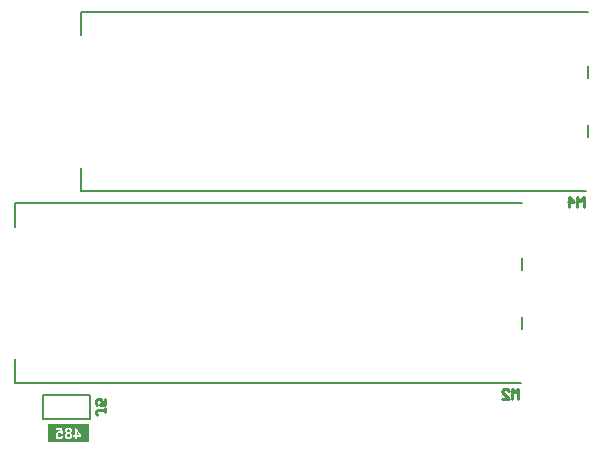
<source format=gbo>
G04*
G04 #@! TF.GenerationSoftware,Altium Limited,Altium Designer,24.5.2 (23)*
G04*
G04 Layer_Color=32896*
%FSLAX25Y25*%
%MOIN*%
G70*
G04*
G04 #@! TF.SameCoordinates,63800F2C-04A6-48C2-B29F-E79A9F1A880F*
G04*
G04*
G04 #@! TF.FilePolarity,Positive*
G04*
G01*
G75*
%ADD10C,0.01000*%
%ADD14C,0.00600*%
%ADD128C,0.00598*%
G36*
X44497Y10533D02*
X30717D01*
Y16438D01*
X44497D01*
Y10533D01*
D02*
G37*
%LPC*%
G36*
X33329Y14826D02*
Y14815D01*
D01*
Y14826D01*
D02*
G37*
G36*
Y14040D02*
Y14034D01*
D01*
Y14040D01*
D02*
G37*
G36*
X35415Y15350D02*
X33498D01*
Y14673D01*
X34869D01*
X34983Y14029D01*
X34978D01*
X34972Y14034D01*
X34940Y14051D01*
X34890Y14067D01*
X34830Y14094D01*
X34754Y14116D01*
X34672Y14133D01*
X34579Y14149D01*
X34486Y14154D01*
X34437D01*
X34405Y14149D01*
X34366Y14143D01*
X34317Y14138D01*
X34262Y14127D01*
X34203Y14111D01*
X34077Y14067D01*
X34006Y14040D01*
X33940Y14007D01*
X33869Y13963D01*
X33799Y13914D01*
X33733Y13860D01*
X33667Y13800D01*
X33662Y13794D01*
X33651Y13783D01*
X33635Y13761D01*
X33613Y13734D01*
X33591Y13701D01*
X33558Y13658D01*
X33531Y13609D01*
X33498Y13554D01*
X33465Y13494D01*
X33438Y13423D01*
X33405Y13346D01*
X33384Y13270D01*
X33362Y13183D01*
X33345Y13090D01*
X33334Y12991D01*
X33329Y12888D01*
Y11550D01*
Y12844D01*
X33334Y12811D01*
Y12768D01*
X33345Y12719D01*
X33351Y12664D01*
X33362Y12609D01*
X33394Y12478D01*
X33443Y12336D01*
X33476Y12260D01*
X33509Y12189D01*
X33553Y12118D01*
X33602Y12047D01*
X33607Y12041D01*
X33618Y12025D01*
X33640Y12003D01*
X33667Y11970D01*
X33706Y11932D01*
X33755Y11889D01*
X33809Y11845D01*
X33869Y11801D01*
X33940Y11752D01*
X34017Y11708D01*
X34099Y11665D01*
X34192Y11626D01*
X34290Y11594D01*
X34394Y11572D01*
X34508Y11556D01*
X34628Y11550D01*
X33329D01*
X35873D01*
D01*
X34677D01*
X34716Y11556D01*
X34759Y11561D01*
X34814Y11566D01*
X34869Y11572D01*
X34934Y11583D01*
X35065Y11616D01*
X35213Y11670D01*
X35284Y11698D01*
X35355Y11736D01*
X35420Y11779D01*
X35486Y11829D01*
X35491Y11834D01*
X35502Y11839D01*
X35518Y11856D01*
X35540Y11878D01*
X35562Y11910D01*
X35595Y11943D01*
X35622Y11981D01*
X35655Y12025D01*
X35693Y12080D01*
X35726Y12134D01*
X35786Y12265D01*
X35840Y12413D01*
X35857Y12495D01*
X35873Y12582D01*
X35153Y12658D01*
Y12648D01*
X35147Y12620D01*
X35136Y12571D01*
X35120Y12517D01*
X35098Y12456D01*
X35065Y12391D01*
X35021Y12331D01*
X34972Y12271D01*
X34967Y12265D01*
X34945Y12249D01*
X34912Y12227D01*
X34869Y12200D01*
X34819Y12173D01*
X34759Y12151D01*
X34688Y12134D01*
X34617Y12129D01*
X34607D01*
X34579Y12134D01*
X34536Y12140D01*
X34481Y12151D01*
X34421Y12173D01*
X34355Y12205D01*
X34290Y12254D01*
X34230Y12314D01*
X34224Y12325D01*
X34203Y12347D01*
X34181Y12391D01*
X34148Y12456D01*
X34121Y12533D01*
X34093Y12626D01*
X34077Y12740D01*
X34071Y12871D01*
Y12877D01*
Y12888D01*
Y12904D01*
Y12931D01*
X34077Y12991D01*
X34093Y13068D01*
X34110Y13155D01*
X34137Y13243D01*
X34175Y13325D01*
X34230Y13396D01*
X34235Y13401D01*
X34257Y13423D01*
X34295Y13450D01*
X34339Y13488D01*
X34399Y13521D01*
X34470Y13548D01*
X34552Y13570D01*
X34639Y13576D01*
X34672D01*
X34694Y13570D01*
X34749Y13559D01*
X34825Y13543D01*
X34912Y13510D01*
X35005Y13461D01*
X35054Y13428D01*
X35103Y13390D01*
X35153Y13346D01*
X35202Y13297D01*
X35786Y13379D01*
X35415Y15350D01*
D02*
G37*
G36*
X40247Y15416D02*
X39635D01*
Y13013D01*
X39166D01*
Y11621D01*
X41885D01*
D01*
X40334D01*
Y12380D01*
X41885D01*
Y13008D01*
X40247Y15416D01*
D02*
G37*
G36*
X37604Y15421D02*
X37549D01*
X37517Y15416D01*
X37468Y15410D01*
X37418Y15405D01*
X37358Y15399D01*
X37298Y15388D01*
X37162Y15356D01*
X37020Y15306D01*
X36954Y15274D01*
X36883Y15236D01*
X36823Y15192D01*
X36763Y15143D01*
X36758Y15137D01*
X36752Y15132D01*
X36736Y15115D01*
X36714Y15094D01*
X36692Y15066D01*
X36670Y15033D01*
X36610Y14952D01*
X36556Y14848D01*
X36512Y14733D01*
X36474Y14597D01*
X36468Y14520D01*
X36463Y14444D01*
Y14438D01*
Y14433D01*
Y14400D01*
X36468Y14351D01*
X36479Y14286D01*
X36496Y14214D01*
X36523Y14138D01*
X36556Y14056D01*
X36605Y13974D01*
X36610Y13963D01*
X36632Y13941D01*
X36660Y13903D01*
X36703Y13860D01*
X36758Y13805D01*
X36823Y13756D01*
X36900Y13707D01*
X36987Y13663D01*
X36982D01*
X36971Y13658D01*
X36954Y13652D01*
X36933Y13641D01*
X36878Y13609D01*
X36807Y13565D01*
X36731Y13516D01*
X36649Y13450D01*
X36572Y13374D01*
X36507Y13286D01*
X36501Y13275D01*
X36479Y13243D01*
X36452Y13194D01*
X36425Y13128D01*
X36392Y13046D01*
X36370Y12948D01*
X36348Y12844D01*
X36343Y12729D01*
Y12680D01*
X36348Y12642D01*
X36354Y12598D01*
X36359Y12544D01*
X36370Y12489D01*
X36386Y12429D01*
X36425Y12293D01*
X36452Y12222D01*
X36485Y12151D01*
X36523Y12080D01*
X36572Y12009D01*
X36621Y11943D01*
X36681Y11878D01*
X36687Y11872D01*
X36698Y11861D01*
X36714Y11845D01*
X36741Y11829D01*
X36774Y11801D01*
X36818Y11774D01*
X36862Y11747D01*
X36916Y11714D01*
X36976Y11681D01*
X37047Y11654D01*
X37118Y11626D01*
X37195Y11599D01*
X37282Y11583D01*
X37375Y11566D01*
X37468Y11556D01*
X37571Y11550D01*
X36343D01*
D01*
X38833D01*
X37620D01*
X37659Y11556D01*
X37702Y11561D01*
X37751Y11566D01*
X37806Y11572D01*
X37872Y11583D01*
X38008Y11616D01*
X38150Y11665D01*
X38221Y11692D01*
X38292Y11730D01*
X38363Y11768D01*
X38429Y11818D01*
X38434Y11823D01*
X38445Y11834D01*
X38467Y11850D01*
X38494Y11878D01*
X38521Y11910D01*
X38554Y11949D01*
X38592Y11998D01*
X38631Y12047D01*
X38669Y12107D01*
X38707Y12173D01*
X38740Y12244D01*
X38767Y12325D01*
X38794Y12407D01*
X38816Y12500D01*
X38827Y12593D01*
X38833Y12697D01*
Y12751D01*
X38827Y12811D01*
X38816Y12882D01*
X38794Y12970D01*
X38772Y13068D01*
X38734Y13166D01*
X38685Y13264D01*
Y13270D01*
X38680Y13275D01*
X38658Y13308D01*
X38620Y13352D01*
X38565Y13412D01*
X38500Y13477D01*
X38418Y13543D01*
X38319Y13603D01*
X38205Y13663D01*
X38210D01*
X38216Y13668D01*
X38248Y13685D01*
X38298Y13712D01*
X38357Y13745D01*
X38429Y13794D01*
X38494Y13849D01*
X38560Y13914D01*
X38614Y13985D01*
X38620Y13996D01*
X38636Y14023D01*
X38652Y14062D01*
X38674Y14122D01*
X38702Y14187D01*
X38718Y14269D01*
X38734Y14351D01*
X38740Y14444D01*
Y14449D01*
Y14460D01*
Y14482D01*
X38734Y14515D01*
X38729Y14548D01*
X38723Y14591D01*
X38702Y14690D01*
X38669Y14799D01*
X38614Y14919D01*
X38581Y14974D01*
X38543Y15033D01*
X38494Y15088D01*
X38445Y15143D01*
X38439Y15148D01*
X38429Y15154D01*
X38412Y15170D01*
X38390Y15186D01*
X38357Y15208D01*
X38325Y15230D01*
X38281Y15257D01*
X38227Y15285D01*
X38172Y15306D01*
X38112Y15334D01*
X38041Y15356D01*
X37964Y15378D01*
X37883Y15394D01*
X37795Y15410D01*
X37702Y15416D01*
X37604Y15421D01*
D02*
G37*
%LPD*%
G36*
X41213Y13013D02*
X40334D01*
Y14313D01*
X41213Y13013D01*
D02*
G37*
G36*
X39635Y11621D02*
X39166D01*
Y12380D01*
X39635D01*
Y11621D01*
D02*
G37*
G36*
X37670Y14842D02*
X37719Y14831D01*
X37773Y14815D01*
X37828Y14793D01*
X37883Y14766D01*
X37932Y14722D01*
X37937Y14717D01*
X37948Y14701D01*
X37970Y14673D01*
X37992Y14635D01*
X38014Y14586D01*
X38035Y14531D01*
X38046Y14466D01*
X38052Y14389D01*
Y14378D01*
Y14351D01*
X38046Y14313D01*
X38035Y14264D01*
X38025Y14209D01*
X38003Y14154D01*
X37970Y14100D01*
X37932Y14051D01*
X37926Y14045D01*
X37910Y14034D01*
X37883Y14013D01*
X37844Y13991D01*
X37795Y13969D01*
X37741Y13947D01*
X37675Y13936D01*
X37604Y13931D01*
X37571D01*
X37533Y13936D01*
X37484Y13947D01*
X37429Y13958D01*
X37375Y13980D01*
X37320Y14013D01*
X37271Y14051D01*
X37266Y14056D01*
X37249Y14073D01*
X37233Y14100D01*
X37205Y14143D01*
X37184Y14193D01*
X37167Y14247D01*
X37151Y14318D01*
X37145Y14395D01*
Y14406D01*
Y14427D01*
X37151Y14466D01*
X37162Y14509D01*
X37178Y14564D01*
X37200Y14619D01*
X37227Y14673D01*
X37271Y14722D01*
X37277Y14728D01*
X37293Y14744D01*
X37320Y14761D01*
X37358Y14788D01*
X37407Y14810D01*
X37462Y14826D01*
X37528Y14842D01*
X37599Y14848D01*
X37631D01*
X37670Y14842D01*
D02*
G37*
G36*
X37686Y13346D02*
X37741Y13336D01*
X37806Y13314D01*
X37872Y13281D01*
X37937Y13232D01*
X37992Y13172D01*
X37997Y13161D01*
X38014Y13139D01*
X38030Y13101D01*
X38052Y13051D01*
X38079Y12991D01*
X38096Y12926D01*
X38112Y12849D01*
X38117Y12773D01*
Y12768D01*
Y12762D01*
Y12746D01*
Y12724D01*
X38106Y12669D01*
X38096Y12598D01*
X38079Y12522D01*
X38052Y12445D01*
X38014Y12369D01*
X37964Y12298D01*
X37959Y12293D01*
X37937Y12271D01*
X37904Y12249D01*
X37861Y12216D01*
X37806Y12189D01*
X37741Y12162D01*
X37664Y12140D01*
X37582Y12134D01*
X37544D01*
X37506Y12145D01*
X37451Y12156D01*
X37391Y12173D01*
X37331Y12200D01*
X37271Y12238D01*
X37211Y12293D01*
X37205Y12298D01*
X37189Y12325D01*
X37162Y12358D01*
X37135Y12413D01*
X37107Y12478D01*
X37080Y12560D01*
X37064Y12653D01*
X37058Y12762D01*
Y12768D01*
Y12773D01*
Y12806D01*
X37064Y12855D01*
X37075Y12915D01*
X37096Y12986D01*
X37124Y13057D01*
X37162Y13128D01*
X37211Y13194D01*
X37216Y13199D01*
X37238Y13221D01*
X37271Y13248D01*
X37315Y13275D01*
X37369Y13308D01*
X37435Y13330D01*
X37511Y13352D01*
X37593Y13357D01*
X37637D01*
X37686Y13346D01*
D02*
G37*
D10*
X209317Y88977D02*
Y92125D01*
X208267Y91076D01*
X207218Y92125D01*
Y88977D01*
X204594D02*
Y92125D01*
X206168Y90551D01*
X204069D01*
X187467Y25085D02*
Y28233D01*
X186418Y27184D01*
X185368Y28233D01*
Y25085D01*
X182220D02*
X184319D01*
X182220Y27184D01*
Y27709D01*
X182744Y28233D01*
X183794D01*
X184319Y27709D01*
X49788Y21770D02*
Y20720D01*
Y21245D01*
X47165D01*
X46640Y20720D01*
Y20196D01*
X47165Y19671D01*
X49788Y24919D02*
Y22819D01*
X48214D01*
X48739Y23869D01*
Y24394D01*
X48214Y24919D01*
X47165D01*
X46640Y24394D01*
Y23344D01*
X47165Y22819D01*
D14*
X44799Y18384D02*
Y26258D01*
X29051Y18384D02*
X44799D01*
X29051D02*
Y26258D01*
X44799D01*
X41732Y154095D02*
X210663D01*
X41732Y94173D02*
X210236D01*
X41732D02*
Y102047D01*
Y146221D02*
Y154095D01*
X19883Y90202D02*
X188813D01*
X19883Y30281D02*
X188387D01*
X19883D02*
Y38155D01*
Y82328D02*
Y90202D01*
D128*
X210630Y131890D02*
Y135827D01*
Y112205D02*
Y116142D01*
X188780Y67998D02*
Y71935D01*
Y48313D02*
Y52250D01*
M02*

</source>
